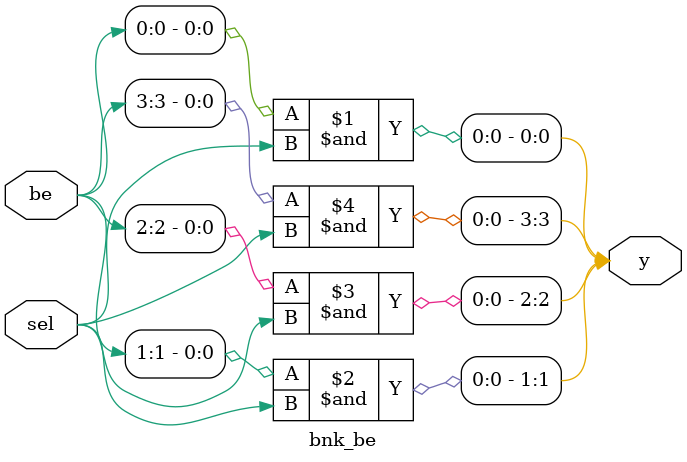
<source format=v>
module bnk_be(
  output wire [3:0] y,
  input  wire [3:0] be,
  input  wire       sel
);

assign y = { be[3] & sel, be[2] & sel, be[1] & sel, be[0] & sel };
endmodule
// ----------------------------------------------------------------------
// ----------------------------------------------------------------------

</source>
